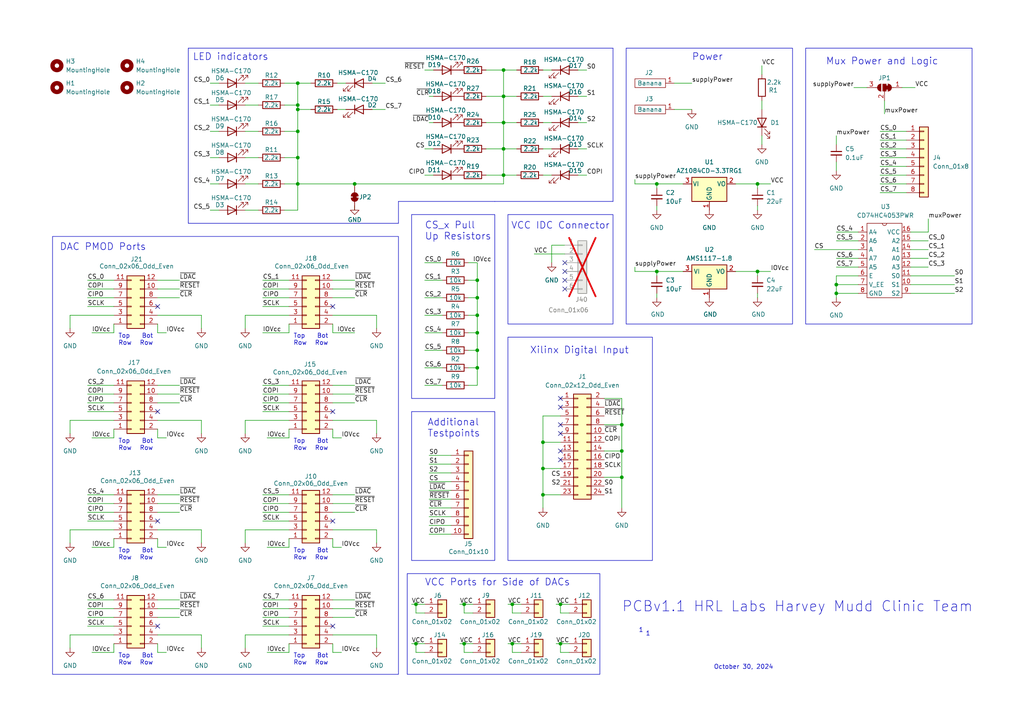
<source format=kicad_sch>
(kicad_sch (version 20231120) (generator "eeschema") (generator_version "8.0")
  (paper "A4")
  (junction (at 138.43 96.52))
  (junction (at 120.65 175.26))
  (junction (at 138.43 106.68))
  (junction (at 134.62 186.69))
  (junction (at 138.43 86.36))
  (junction (at 157.48 143.51))
  (junction (at 157.48 128.27))
  (junction (at 102.87 53.34))
  (junction (at 146.05 20.32))
  (junction (at 242.57 82.55))
  (junction (at 157.48 135.89))
  (junction (at 180.34 123.19))
  (junction (at 86.36 53.34))
  (junction (at 148.59 186.69))
  (junction (at 86.36 38.1))
  (junction (at 219.71 78.74))
  (junction (at 148.59 175.26))
  (junction (at 180.34 138.43))
  (junction (at 138.43 101.6))
  (junction (at 190.5 78.74))
  (junction (at 134.62 175.26))
  (junction (at 138.43 91.44))
  (junction (at 86.36 30.48))
  (junction (at 190.5 53.34))
  (junction (at 180.34 130.81))
  (junction (at 242.57 85.09))
  (junction (at 146.05 27.94))
  (junction (at 138.43 81.28))
  (junction (at 86.36 45.72))
  (junction (at 219.71 53.34))
  (junction (at 86.36 24.13))
  (junction (at 162.56 186.69))
  (junction (at 120.65 186.69))
  (junction (at 86.36 31.75))
  (junction (at 146.05 35.56))
  (junction (at 146.05 43.18))
  (junction (at 146.05 50.8))
  (junction (at 162.56 175.26))
  (no_connect (at 163.83 81.28))
  (no_connect (at 162.56 123.19))
  (no_connect (at 163.83 78.74))
  (no_connect (at 96.52 181.61))
  (no_connect (at 162.56 125.73))
  (no_connect (at 45.72 151.13))
  (no_connect (at 45.72 119.38))
  (no_connect (at 96.52 151.13))
  (no_connect (at 162.56 130.81))
  (no_connect (at 45.72 88.9))
  (no_connect (at 162.56 115.57))
  (no_connect (at 45.72 181.61))
  (no_connect (at 163.83 83.82))
  (no_connect (at 162.56 118.11))
  (no_connect (at 96.52 88.9))
  (no_connect (at 163.83 76.2))
  (no_connect (at 162.56 133.35))
  (no_connect (at 96.52 119.38))
  (wire (pts (xy 123.19 177.8) (xy 120.65 177.8)))
  (wire (pts (xy 45.72 96.52) (xy 48.26 96.52)))
  (wire (pts (xy 157.48 143.51) (xy 162.56 143.51)))
  (wire (pts (xy 161.29 186.69) (xy 162.56 186.69)))
  (wire (pts (xy 124.46 142.24) (xy 130.81 142.24)))
  (wire (pts (xy 248.92 85.09) (xy 242.57 85.09)))
  (wire (pts (xy 138.43 106.68) (xy 138.43 101.6)))
  (wire (pts (xy 76.2 148.59) (xy 83.82 148.59)))
  (wire (pts (xy 162.56 186.69) (xy 165.1 186.69)))
  (wire (pts (xy 157.48 20.32) (xy 160.02 20.32)))
  (wire (pts (xy 135.89 91.44) (xy 138.43 91.44)))
  (wire (pts (xy 96.52 124.46) (xy 96.52 127)))
  (wire (pts (xy 134.62 186.69) (xy 137.16 186.69)))
  (wire (pts (xy 157.48 27.94) (xy 160.02 27.94)))
  (wire (pts (xy 45.72 124.46) (xy 45.72 127)))
  (wire (pts (xy 33.02 121.92) (xy 20.32 121.92)))
  (wire (pts (xy 190.5 78.74) (xy 198.12 78.74)))
  (wire (pts (xy 167.64 20.32) (xy 170.18 20.32)))
  (wire (pts (xy 242.57 80.01) (xy 242.57 82.55)))
  (wire (pts (xy 45.72 83.82) (xy 52.07 83.82)))
  (wire (pts (xy 33.02 186.69) (xy 33.02 189.23)))
  (wire (pts (xy 45.72 93.98) (xy 45.72 96.52)))
  (wire (pts (xy 82.55 24.13) (xy 86.36 24.13)))
  (wire (pts (xy 25.4 81.28) (xy 33.02 81.28)))
  (wire (pts (xy 76.2 96.52) (xy 83.82 96.52)))
  (wire (pts (xy 140.97 27.94) (xy 146.05 27.94)))
  (wire (pts (xy 148.59 186.69) (xy 151.13 186.69)))
  (wire (pts (xy 220.98 29.21) (xy 220.98 31.75)))
  (wire (pts (xy 45.72 184.15) (xy 58.42 184.15)))
  (wire (pts (xy 220.98 19.05) (xy 220.98 21.59)))
  (wire (pts (xy 63.5 60.96) (xy 60.96 60.96)))
  (wire (pts (xy 90.17 31.75) (xy 86.36 31.75)))
  (wire (pts (xy 82.55 38.1) (xy 86.36 38.1)))
  (wire (pts (xy 45.72 86.36) (xy 52.07 86.36)))
  (wire (pts (xy 83.82 158.75) (xy 77.47 158.75)))
  (wire (pts (xy 45.72 153.67) (xy 58.42 153.67)))
  (polyline (pts (xy 115.57 58.42) (xy 115.57 64.77)))
  (wire (pts (xy 63.5 24.13) (xy 60.96 24.13)))
  (wire (pts (xy 86.36 24.13) (xy 86.36 30.48)))
  (wire (pts (xy 109.22 121.92) (xy 109.22 125.73)))
  (wire (pts (xy 123.19 96.52) (xy 128.27 96.52)))
  (wire (pts (xy 45.72 146.05) (xy 52.07 146.05)))
  (wire (pts (xy 76.2 88.9) (xy 83.82 88.9)))
  (wire (pts (xy 124.46 147.32) (xy 130.81 147.32)))
  (wire (pts (xy 86.36 31.75) (xy 86.36 38.1)))
  (wire (pts (xy 96.52 179.07) (xy 102.87 179.07)))
  (wire (pts (xy 20.32 121.92) (xy 20.32 125.73)))
  (wire (pts (xy 157.48 135.89) (xy 157.48 143.51)))
  (wire (pts (xy 157.48 120.65) (xy 157.48 128.27)))
  (wire (pts (xy 242.57 74.93) (xy 248.92 74.93)))
  (wire (pts (xy 200.66 24.13) (xy 195.58 24.13)))
  (wire (pts (xy 86.36 38.1) (xy 86.36 45.72)))
  (wire (pts (xy 83.82 124.46) (xy 83.82 127)))
  (wire (pts (xy 135.89 76.2) (xy 138.43 76.2)))
  (wire (pts (xy 242.57 69.85) (xy 248.92 69.85)))
  (wire (pts (xy 96.52 176.53) (xy 102.87 176.53)))
  (wire (pts (xy 135.89 81.28) (xy 138.43 81.28)))
  (wire (pts (xy 76.2 146.05) (xy 83.82 146.05)))
  (wire (pts (xy 25.4 114.3) (xy 33.02 114.3)))
  (wire (pts (xy 74.93 60.96) (xy 71.12 60.96)))
  (wire (pts (xy 33.02 127) (xy 26.67 127)))
  (wire (pts (xy 33.02 153.67) (xy 20.32 153.67)))
  (wire (pts (xy 264.16 77.47) (xy 269.24 77.47)))
  (wire (pts (xy 255.27 40.64) (xy 262.89 40.64)))
  (wire (pts (xy 213.36 78.74) (xy 219.71 78.74)))
  (wire (pts (xy 83.82 127) (xy 77.47 127)))
  (wire (pts (xy 45.72 186.69) (xy 45.72 189.23)))
  (wire (pts (xy 151.13 189.23) (xy 148.59 189.23)))
  (wire (pts (xy 219.71 59.69) (xy 219.71 60.96)))
  (wire (pts (xy 140.97 35.56) (xy 146.05 35.56)))
  (wire (pts (xy 123.19 81.28) (xy 128.27 81.28)))
  (wire (pts (xy 264.16 72.39) (xy 269.24 72.39)))
  (wire (pts (xy 261.62 25.4) (xy 265.43 25.4)))
  (wire (pts (xy 220.98 39.37) (xy 220.98 41.91)))
  (wire (pts (xy 123.19 76.2) (xy 128.27 76.2)))
  (wire (pts (xy 45.72 91.44) (xy 58.42 91.44)))
  (wire (pts (xy 76.2 173.99) (xy 83.82 173.99)))
  (wire (pts (xy 123.19 106.68) (xy 128.27 106.68)))
  (wire (pts (xy 100.33 31.75) (xy 97.79 31.75)))
  (wire (pts (xy 96.52 148.59) (xy 102.87 148.59)))
  (wire (pts (xy 190.5 78.74) (xy 190.5 80.01)))
  (wire (pts (xy 58.42 153.67) (xy 58.42 157.48)))
  (wire (pts (xy 25.4 88.9) (xy 33.02 88.9)))
  (wire (pts (xy 107.95 31.75) (xy 111.76 31.75)))
  (wire (pts (xy 83.82 156.21) (xy 83.82 158.75)))
  (wire (pts (xy 109.22 153.67) (xy 109.22 157.48)))
  (wire (pts (xy 133.35 186.69) (xy 134.62 186.69)))
  (wire (pts (xy 107.95 24.13) (xy 111.76 24.13)))
  (polyline (pts (xy 143.51 58.42) (xy 177.8 58.42)))
  (wire (pts (xy 83.82 184.15) (xy 71.12 184.15)))
  (wire (pts (xy 146.05 43.18) (xy 149.86 43.18)))
  (wire (pts (xy 248.92 82.55) (xy 242.57 82.55)))
  (wire (pts (xy 96.52 116.84) (xy 102.87 116.84)))
  (wire (pts (xy 124.46 132.08) (xy 130.81 132.08)))
  (wire (pts (xy 83.82 189.23) (xy 77.47 189.23)))
  (wire (pts (xy 162.56 175.26) (xy 165.1 175.26)))
  (wire (pts (xy 138.43 81.28) (xy 138.43 76.2)))
  (wire (pts (xy 242.57 39.37) (xy 242.57 41.91)))
  (wire (pts (xy 71.12 184.15) (xy 71.12 187.96)))
  (wire (pts (xy 154.94 73.66) (xy 163.83 73.66)))
  (wire (pts (xy 147.32 186.69) (xy 148.59 186.69)))
  (wire (pts (xy 20.32 91.44) (xy 20.32 95.25)))
  (wire (pts (xy 71.12 121.92) (xy 71.12 125.73)))
  (wire (pts (xy 255.27 38.1) (xy 262.89 38.1)))
  (wire (pts (xy 96.52 81.28) (xy 102.87 81.28)))
  (wire (pts (xy 264.16 85.09) (xy 276.86 85.09)))
  (wire (pts (xy 125.73 35.56) (xy 124.46 35.56)))
  (wire (pts (xy 86.36 53.34) (xy 102.87 53.34)))
  (wire (pts (xy 76.2 86.36) (xy 83.82 86.36)))
  (wire (pts (xy 33.02 158.75) (xy 26.67 158.75)))
  (wire (pts (xy 33.02 156.21) (xy 33.02 158.75)))
  (wire (pts (xy 102.87 53.34) (xy 146.05 53.34)))
  (wire (pts (xy 149.86 20.32) (xy 146.05 20.32)))
  (wire (pts (xy 146.05 50.8) (xy 146.05 53.34)))
  (wire (pts (xy 96.52 83.82) (xy 102.87 83.82)))
  (wire (pts (xy 163.83 71.12) (xy 160.02 71.12)))
  (wire (pts (xy 25.4 151.13) (xy 33.02 151.13)))
  (wire (pts (xy 124.46 149.86) (xy 130.81 149.86)))
  (wire (pts (xy 33.02 91.44) (xy 20.32 91.44)))
  (wire (pts (xy 219.71 53.34) (xy 223.52 53.34)))
  (wire (pts (xy 86.36 24.13) (xy 90.17 24.13)))
  (wire (pts (xy 63.5 30.48) (xy 60.96 30.48)))
  (wire (pts (xy 264.16 82.55) (xy 276.86 82.55)))
  (wire (pts (xy 120.65 175.26) (xy 123.19 175.26)))
  (wire (pts (xy 86.36 30.48) (xy 86.36 31.75)))
  (wire (pts (xy 161.29 175.26) (xy 162.56 175.26)))
  (wire (pts (xy 248.92 80.01) (xy 242.57 80.01)))
  (wire (pts (xy 71.12 24.13) (xy 74.93 24.13)))
  (wire (pts (xy 219.71 53.34) (xy 219.71 54.61)))
  (wire (pts (xy 86.36 53.34) (xy 86.36 60.96)))
  (wire (pts (xy 76.2 179.07) (xy 83.82 179.07)))
  (wire (pts (xy 63.5 53.34) (xy 60.96 53.34)))
  (wire (pts (xy 255.27 45.72) (xy 262.89 45.72)))
  (wire (pts (xy 63.5 38.1) (xy 60.96 38.1)))
  (wire (pts (xy 45.72 114.3) (xy 52.07 114.3)))
  (polyline (pts (xy 54.61 13.97) (xy 54.61 64.77)))
  (wire (pts (xy 83.82 153.67) (xy 71.12 153.67)))
  (wire (pts (xy 76.2 143.51) (xy 83.82 143.51)))
  (wire (pts (xy 120.65 177.8) (xy 120.65 175.26)))
  (wire (pts (xy 45.72 116.84) (xy 52.07 116.84)))
  (polyline (pts (xy 177.8 58.42) (xy 177.8 13.97)))
  (wire (pts (xy 219.71 78.74) (xy 223.52 78.74)))
  (wire (pts (xy 242.57 77.47) (xy 248.92 77.47)))
  (wire (pts (xy 58.42 91.44) (xy 58.42 95.25)))
  (wire (pts (xy 71.12 91.44) (xy 71.12 95.25)))
  (wire (pts (xy 123.19 91.44) (xy 128.27 91.44)))
  (polyline (pts (xy 177.8 13.97) (xy 54.61 13.97)))
  (wire (pts (xy 96.52 96.52) (xy 96.52 93.98)))
  (wire (pts (xy 125.73 43.18) (xy 123.19 43.18)))
  (wire (pts (xy 146.05 35.56) (xy 146.05 43.18)))
  (wire (pts (xy 255.27 55.88) (xy 262.89 55.88)))
  (wire (pts (xy 167.64 43.18) (xy 170.18 43.18)))
  (wire (pts (xy 45.72 176.53) (xy 52.07 176.53)))
  (wire (pts (xy 190.5 53.34) (xy 198.12 53.34)))
  (wire (pts (xy 25.4 176.53) (xy 33.02 176.53)))
  (wire (pts (xy 124.46 139.7) (xy 130.81 139.7)))
  (wire (pts (xy 269.24 63.5) (xy 269.24 67.31)))
  (wire (pts (xy 180.34 123.19) (xy 180.34 130.81)))
  (wire (pts (xy 137.16 177.8) (xy 134.62 177.8)))
  (wire (pts (xy 120.65 189.23) (xy 120.65 186.69)))
  (wire (pts (xy 200.66 31.75) (xy 195.58 31.75)))
  (wire (pts (xy 76.2 151.13) (xy 83.82 151.13)))
  (wire (pts (xy 25.4 148.59) (xy 33.02 148.59)))
  (wire (pts (xy 247.65 25.4) (xy 251.46 25.4)))
  (wire (pts (xy 175.26 115.57) (xy 180.34 115.57)))
  (wire (pts (xy 125.73 20.32) (xy 123.19 20.32)))
  (wire (pts (xy 96.52 173.99) (xy 102.87 173.99)))
  (wire (pts (xy 134.62 177.8) (xy 134.62 175.26)))
  (wire (pts (xy 219.71 78.74) (xy 219.71 80.01)))
  (wire (pts (xy 25.4 173.99) (xy 33.02 173.99)))
  (wire (pts (xy 213.36 53.34) (xy 219.71 53.34)))
  (wire (pts (xy 137.16 189.23) (xy 134.62 189.23)))
  (wire (pts (xy 76.2 114.3) (xy 83.82 114.3)))
  (wire (pts (xy 76.2 119.38) (xy 83.82 119.38)))
  (wire (pts (xy 25.4 181.61) (xy 33.02 181.61)))
  (wire (pts (xy 264.16 67.31) (xy 269.24 67.31)))
  (wire (pts (xy 123.19 189.23) (xy 120.65 189.23)))
  (wire (pts (xy 25.4 86.36) (xy 33.02 86.36)))
  (wire (pts (xy 83.82 186.69) (xy 83.82 189.23)))
  (wire (pts (xy 45.72 173.99) (xy 52.07 173.99)))
  (wire (pts (xy 242.57 46.99) (xy 242.57 49.53)))
  (wire (pts (xy 58.42 184.15) (xy 58.42 187.96)))
  (wire (pts (xy 264.16 69.85) (xy 269.24 69.85)))
  (wire (pts (xy 135.89 86.36) (xy 138.43 86.36)))
  (wire (pts (xy 255.27 48.26) (xy 262.89 48.26)))
  (wire (pts (xy 33.02 96.52) (xy 26.67 96.52)))
  (wire (pts (xy 264.16 74.93) (xy 269.24 74.93)))
  (wire (pts (xy 242.57 85.09) (xy 242.57 86.36)))
  (wire (pts (xy 45.72 158.75) (xy 48.26 158.75)))
  (wire (pts (xy 96.52 114.3) (xy 102.87 114.3)))
  (wire (pts (xy 83.82 96.52) (xy 83.82 93.98)))
  (wire (pts (xy 146.05 27.94) (xy 146.05 35.56)))
  (wire (pts (xy 146.05 35.56) (xy 149.86 35.56)))
  (wire (pts (xy 157.48 50.8) (xy 160.02 50.8)))
  (wire (pts (xy 74.93 53.34) (xy 71.12 53.34)))
  (wire (pts (xy 96.52 156.21) (xy 96.52 158.75)))
  (wire (pts (xy 76.2 116.84) (xy 83.82 116.84)))
  (wire (pts (xy 180.34 123.19) (xy 175.26 123.19)))
  (wire (pts (xy 96.52 189.23) (xy 99.06 189.23)))
  (wire (pts (xy 96.52 158.75) (xy 99.06 158.75)))
  (polyline (pts (xy 54.61 64.77) (xy 115.57 64.77)))
  (wire (pts (xy 165.1 177.8) (xy 162.56 177.8)))
  (wire (pts (xy 120.65 186.69) (xy 123.19 186.69)))
  (wire (pts (xy 124.46 134.62) (xy 130.81 134.62)))
  (wire (pts (xy 184.15 52.07) (xy 184.15 53.34)))
  (wire (pts (xy 33.02 189.23) (xy 26.67 189.23)))
  (wire (pts (xy 119.38 175.26) (xy 120.65 175.26)))
  (wire (pts (xy 45.72 121.92) (xy 58.42 121.92)))
  (wire (pts (xy 25.4 146.05) (xy 33.02 146.05)))
  (wire (pts (xy 242.57 82.55) (xy 242.57 85.09)))
  (wire (pts (xy 138.43 91.44) (xy 138.43 86.36)))
  (wire (pts (xy 63.5 45.72) (xy 60.96 45.72)))
  (wire (pts (xy 82.55 60.96) (xy 86.36 60.96)))
  (wire (pts (xy 124.46 152.4) (xy 130.81 152.4)))
  (wire (pts (xy 140.97 43.18) (xy 146.05 43.18)))
  (wire (pts (xy 125.73 27.94) (xy 124.46 27.94)))
  (wire (pts (xy 256.54 33.02) (xy 256.54 29.21)))
  (wire (pts (xy 96.52 153.67) (xy 109.22 153.67)))
  (wire (pts (xy 146.05 43.18) (xy 146.05 50.8)))
  (wire (pts (xy 96.52 91.44) (xy 109.22 91.44)))
  (wire (pts (xy 33.02 184.15) (xy 20.32 184.15)))
  (wire (pts (xy 76.2 176.53) (xy 83.82 176.53)))
  (wire (pts (xy 165.1 189.23) (xy 162.56 189.23)))
  (wire (pts (xy 138.43 101.6) (xy 138.43 96.52)))
  (wire (pts (xy 96.52 127) (xy 99.06 127)))
  (wire (pts (xy 25.4 116.84) (xy 33.02 116.84)))
  (wire (pts (xy 190.5 59.69) (xy 190.5 60.96)))
  (wire (pts (xy 167.64 35.56) (xy 170.18 35.56)))
  (wire (pts (xy 45.72 156.21) (xy 45.72 158.75)))
  (wire (pts (xy 71.12 91.44) (xy 83.82 91.44)))
  (wire (pts (xy 96.52 121.92) (xy 109.22 121.92)))
  (wire (pts (xy 123.19 50.8) (xy 125.73 50.8)))
  (wire (pts (xy 119.38 186.69) (xy 120.65 186.69)))
  (wire (pts (xy 157.48 128.27) (xy 162.56 128.27)))
  (wire (pts (xy 45.72 143.51) (xy 52.07 143.51)))
  (wire (pts (xy 160.02 71.12) (xy 160.02 76.2)))
  (wire (pts (xy 236.22 72.39) (xy 248.92 72.39)))
  (wire (pts (xy 45.72 179.07) (xy 52.07 179.07)))
  (wire (pts (xy 255.27 53.34) (xy 262.89 53.34)))
  (wire (pts (xy 190.5 85.09) (xy 190.5 86.36)))
  (wire (pts (xy 124.46 154.94) (xy 130.81 154.94)))
  (wire (pts (xy 109.22 91.44) (xy 109.22 95.25)))
  (wire (pts (xy 140.97 50.8) (xy 146.05 50.8)))
  (wire (pts (xy 147.32 175.26) (xy 148.59 175.26)))
  (wire (pts (xy 86.36 45.72) (xy 86.36 53.34)))
  (wire (pts (xy 140.97 20.32) (xy 146.05 20.32)))
  (wire (pts (xy 45.72 81.28) (xy 52.07 81.28)))
  (wire (pts (xy 45.72 189.23) (xy 48.26 189.23)))
  (wire (pts (xy 157.48 35.56) (xy 160.02 35.56)))
  (wire (pts (xy 76.2 111.76) (xy 83.82 111.76)))
  (wire (pts (xy 242.57 67.31) (xy 248.92 67.31)))
  (wire (pts (xy 162.56 177.8) (xy 162.56 175.26)))
  (wire (pts (xy 134.62 189.23) (xy 134.62 186.69)))
  (wire (pts (xy 162.56 120.65) (xy 157.48 120.65)))
  (wire (pts (xy 157.48 43.18) (xy 160.02 43.18)))
  (wire (pts (xy 148.59 177.8) (xy 148.59 175.26)))
  (wire (pts (xy 71.12 153.67) (xy 71.12 157.48)))
  (wire (pts (xy 58.42 121.92) (xy 58.42 125.73)))
  (wire (pts (xy 124.46 137.16) (xy 130.81 137.16)))
  (wire (pts (xy 96.52 186.69) (xy 96.52 189.23)))
  (wire (pts (xy 33.02 93.98) (xy 33.02 96.52)))
  (wire (pts (xy 146.05 27.94) (xy 149.86 27.94)))
  (wire (pts (xy 96.52 146.05) (xy 102.87 146.05)))
  (wire (pts (xy 175.26 130.81) (xy 180.34 130.81)))
  (wire (pts (xy 74.93 38.1) (xy 71.12 38.1)))
  (wire (pts (xy 184.15 77.47) (xy 184.15 78.74)))
  (wire (pts (xy 45.72 148.59) (xy 52.07 148.59)))
  (wire (pts (xy 219.71 85.09) (xy 219.71 86.36)))
  (wire (pts (xy 138.43 96.52) (xy 138.43 91.44)))
  (wire (pts (xy 167.64 27.94) (xy 170.18 27.94)))
  (wire (pts (xy 102.87 60.96) (xy 102.87 59.69)))
  (wire (pts (xy 146.05 50.8) (xy 149.86 50.8)))
  (wire (pts (xy 151.13 177.8) (xy 148.59 177.8)))
  (wire (pts (xy 25.4 119.38) (xy 33.02 119.38)))
  (wire (pts (xy 96.52 111.76) (xy 102.87 111.76)))
  (wire (pts (xy 45.72 111.76) (xy 52.07 111.76)))
  (wire (pts (xy 135.89 106.68) (xy 138.43 106.68)))
  (wire (pts (xy 45.72 127) (xy 48.26 127)))
  (polyline (pts (xy 115.57 58.42) (xy 143.51 58.42)))
  (wire (pts (xy 76.2 181.61) (xy 83.82 181.61)))
  (wire (pts (xy 82.55 53.34) (xy 86.36 53.34)))
  (wire (pts (xy 33.02 124.46) (xy 33.02 127)))
  (wire (pts (xy 148.59 189.23) (xy 148.59 186.69)))
  (wire (pts (xy 25.4 179.07) (xy 33.02 179.07)))
  (wire (pts (xy 148.59 175.26) (xy 151.13 175.26)))
  (wire (pts (xy 124.46 144.78) (xy 130.81 144.78)))
  (wire (pts (xy 180.34 138.43) (xy 180.34 147.32)))
  (wire (pts (xy 138.43 111.76) (xy 138.43 106.68)))
  (wire (pts (xy 123.19 86.36) (xy 128.27 86.36)))
  (wire (pts (xy 157.48 135.89) (xy 162.56 135.89)))
  (wire (pts (xy 82.55 45.72) (xy 86.36 45.72)))
  (wire (pts (xy 190.5 53.34) (xy 190.5 54.61)))
  (wire (pts (xy 264.16 80.01) (xy 276.86 80.01)))
  (wire (pts (xy 109.22 184.15) (xy 109.22 187.96)))
  (wire (pts (xy 123.19 111.76) (xy 128.27 111.76)))
  (wire (pts (xy 135.89 96.52) (xy 138.43 96.52)))
  (wire (pts (xy 96.52 143.51) (xy 102.87 143.51)))
  (wire (pts (xy 146.05 20.32) (xy 146.05 27.94)))
  (wire (pts (xy 76.2 81.28) (xy 83.82 81.28)))
  (wire (pts (xy 135.89 101.6) (xy 138.43 101.6)))
  (wire (pts (xy 76.2 83.82) (xy 83.82 83.82)))
  (wire (pts (xy 255.27 43.18) (xy 262.89 43.18)))
  (wire (pts (xy 255.27 50.8) (xy 262.89 50.8)))
  (wire (pts (xy 100.33 24.13) (xy 97.79 24.13)))
  (wire (pts (xy 184.15 78.74) (xy 190.5 78.74)))
  (wire (pts (xy 162.56 189.23) (xy 162.56 186.69)))
  (wire (pts (xy 135.89 111.76) (xy 138.43 111.76)))
  (wire (pts (xy 96.52 96.52) (xy 102.87 96.52)))
  (wire (pts (xy 20.32 153.67) (xy 20.32 157.48)))
  (wire (pts (xy 138.43 86.36) (xy 138.43 81.28)))
  (wire (pts (xy 133.35 175.26) (xy 134.62 175.26)))
  (wire (pts (xy 175.26 138.43) (xy 180.34 138.43)))
  (wire (pts (xy 25.4 143.51) (xy 33.02 143.51)))
  (wire (pts (xy 20.32 184.15) (xy 20.32 187.96)))
  (wire (pts (xy 134.62 175.26) (xy 137.16 175.26)))
  (wire (pts (xy 180.34 115.57) (xy 180.34 123.19)))
  (wire (pts (xy 74.93 30.48) (xy 71.12 30.48)))
  (wire (pts (xy 25.4 111.76) (xy 33.02 111.76)))
  (wire (pts (xy 167.64 50.8) (xy 170.18 50.8)))
  (wire (pts (xy 123.19 101.6) (xy 128.27 101.6)))
  (wire (pts (xy 25.4 83.82) (xy 33.02 83.82)))
  (wire (pts (xy 157.48 128.27) (xy 157.48 135.89)))
  (wire (pts (xy 74.93 45.72) (xy 71.12 45.72)))
  (wire (pts (xy 96.52 184.15) (xy 109.22 184.15)))
  (wire (pts (xy 82.55 30.48) (xy 86.36 30.48)))
  (wire (pts (xy 180.34 130.81) (xy 180.34 138.43)))
  (wire (pts (xy 83.82 121.92) (xy 71.12 121.92)))
  (wire (pts (xy 96.52 86.36) (xy 102.87 86.36)))
  (wire (pts (xy 157.48 143.51) (xy 157.48 147.32)))
  (wire (pts (xy 184.15 53.34) (xy 190.5 53.34)))
  (rectangle (start 15.24 68.58) (end 115.57 195.58))
  (rectangle (start 147.32 97.79) (end 189.23 162.56))
  (rectangle (start 119.38 62.23) (end 143.51 115.57))
  (rectangle (start 181.61 13.97) (end 229.87 93.98))
  (rectangle (start 147.32 62.23) (end 177.8 93.98))
  (rectangle (start 233.68 13.97) (end 281.94 93.98))
  (rectangle (start 119.38 119.38) (end 143.51 162.56))
  (rectangle (start 118.11 166.37) (end 173.99 195.58))
  (text "CS_x Pull\nUp Resistors" (at 123.19 69.85 0) (effects (font (size 2 2)) (justify left bottom)))
  (text "Power" (at 200.66 17.78 0) (effects (font (size 2 2)) (justify left bottom)))
  (text "PCBv1.1 HRL Labs Harvey Mudd Clinic Team" (at 180.34 177.8 0) (effects (font (size 3 3)) (justify left bottom)))
  (text "DAC PMOD Ports" (at 17.272 72.898 0) (effects (font (size 2 2)) (justify left bottom)))
  (text "Bot\nRow" (at 95.25 193.04 0) (effects (font (size 1.27 1.27)) (justify right bottom)))
  (text "Bot\nRow" (at 95.25 100.33 0) (effects (font (size 1.27 1.27)) (justify right bottom)))
  (text "LED indicators" (at 55.88 17.78 0) (effects (font (size 2 2)) (justify left bottom)))
  (text "1" (at 185.928 182.88 0) (effects (font (size 1.27 1.27))))
  (text "Top\nRow" (at 85.09 162.56 0) (effects (font (size 1.27 1.27)) (justify left bottom)))
  (text "VCC Ports for Side of DACs" (at 123.19 170.18 0) (effects (font (size 2 2)) (justify left bottom)))
  (text "Top\nRow" (at 85.09 100.33 0) (effects (font (size 1.27 1.27)) (justify left bottom)))
  (text "Bot\nRow" (at 44.45 193.04 0) (effects (font (size 1.27 1.27)) (justify right bottom)))
  (text "Xilinx Digital Input" (at 153.67 102.87 0) (effects (font (size 2 2)) (justify left bottom)))
  (text "Top\nRow" (at 34.29 162.56 0) (effects (font (size 1.27 1.27)) (justify left bottom)))
  (text "Top\nRow" (at 34.29 100.33 0) (effects (font (size 1.27 1.27)) (justify left bottom)))
  (text "Bot\nRow" (at 95.25 130.81 0) (effects (font (size 1.27 1.27)) (justify right bottom)))
  (text "1" (at 187.96 183.896 0) (effects (font (size 1.27 1.27))))
  (text "Bot\nRow" (at 95.25 162.56 0) (effects (font (size 1.27 1.27)) (justify right bottom)))
  (text "Top\nRow" (at 34.29 130.81 0) (effects (font (size 1.27 1.27)) (justify left bottom)))
  (text "Bot\nRow" (at 44.45 162.56 0) (effects (font (size 1.27 1.27)) (justify right bottom)))
  (text "Top\nRow" (at 85.09 130.81 0) (effects (font (size 1.27 1.27)) (justify left bottom)))
  (text "Bot\nRow" (at 44.45 100.33 0) (effects (font (size 1.27 1.27)) (justify right bottom)))
  (text "Additional\nTestpoints" (at 123.952 127 0) (effects (font (size 2 2)) (justify left bottom)))
  (text "VCC IDC Connector" (at 162.56 65.532 0) (effects (font (size 1.9812 1.9812))))
  (text "Mux Power and Logic" (at 239.522 19.05 0) (effects (font (size 2 2)) (justify left bottom)))
  (text "Bot\nRow" (at 44.45 130.81 0) (effects (font (size 1.27 1.27)) (justify right bottom)))
  (text "Top\nRow" (at 34.29 193.04 0) (effects (font (size 1.27 1.27)) (justify left bottom)))
  (text "Top\nRow" (at 85.09 193.04 0) (effects (font (size 1.27 1.27)) (justify left bottom)))
  (text "October 30, 2024" (at 207.01 194.31 0) (effects (font (size 1.27 1.27)) (justify left bottom)))
  (label "supplyPower" (at 184.15 77.47 0))
  (label "CS_3" (at 255.27 45.72 0))
  (label "~{RESET}" (at 52.07 83.82 0))
  (label "IOVcc" (at 99.06 189.23 0))
  (label "SCLK" (at 175.26 135.89 0))
  (label "IOVcc" (at 77.47 158.75 0))
  (label "CS_6" (at 242.57 74.93 0))
  (label "CS_0" (at 123.19 76.2 0))
  (label "CS" (at 236.22 72.39 0))
  (label "IOVcc" (at 137.16 76.2 0))
  (label "~{CLR}" (at 102.87 86.36 0))
  (label "CIPO" (at 25.4 179.07 0))
  (label "CS_0" (at 25.4 81.28 0))
  (label "CS_0" (at 255.27 38.1 0))
  (label "~{CLR}" (at 102.87 148.59 0))
  (label "CS_3" (at 269.24 77.47 0))
  (label "CIPO" (at 124.46 152.4 0))
  (label "~{RESET}" (at 123.19 20.32 180))
  (label "CS_1" (at 60.96 30.48 180))
  (label "~{RESET}" (at 175.26 120.65 0))
  (label "CS_6" (at 123.19 106.68 0))
  (label "CS_3" (at 123.19 91.44 0))
  (label "supplyPower" (at 184.15 52.07 0))
  (label "~{LDAC}" (at 124.46 35.56 180))
  (label "CIPO" (at 76.2 116.84 0))
  (label "CS_2" (at 255.27 43.18 0))
  (label "COPI" (at 170.18 50.8 0))
  (label "COPI" (at 175.26 128.27 0))
  (label "IOVcc" (at 99.06 158.75 0))
  (label "CS_7" (at 123.19 111.76 0))
  (label "SCLK" (at 124.46 149.86 0))
  (label "IOVcc" (at 26.67 96.52 0))
  (label "~{RESET}" (at 52.07 114.3 0))
  (label "~{LDAC}" (at 52.07 81.28 0))
  (label "VCC" (at 133.35 175.26 0))
  (label "COPI" (at 25.4 146.05 0))
  (label "CS_6" (at 111.76 24.13 0))
  (label "~{RESET}" (at 52.07 176.53 0))
  (label "IOVcc" (at 48.26 127 0))
  (label "S2" (at 170.18 35.56 0))
  (label "IOVcc" (at 76.2 96.52 0))
  (label "COPI" (at 76.2 146.05 0))
  (label "VCC" (at 147.32 175.26 0))
  (label "IOVcc" (at 99.06 127 0))
  (label "COPI" (at 25.4 176.53 0))
  (label "COPI" (at 124.46 154.94 0))
  (label "~{LDAC}" (at 102.87 111.76 0))
  (label "CIPO" (at 76.2 86.36 0))
  (label "CIPO" (at 76.2 148.59 0))
  (label "S1" (at 124.46 134.62 0))
  (label "CS_0" (at 60.96 24.13 180))
  (label "CIPO" (at 175.26 133.35 0))
  (label "SCLK" (at 25.4 119.38 0))
  (label "CS_2" (at 60.96 38.1 180))
  (label "VCC" (at 119.38 186.69 0))
  (label "CS_4" (at 60.96 53.34 180))
  (label "S2" (at 162.56 140.97 180))
  (label "CS_1" (at 269.24 72.39 0))
  (label "COPI" (at 25.4 114.3 0))
  (label "SCLK" (at 76.2 119.38 0))
  (label "S0" (at 175.26 140.97 0))
  (label "~{LDAC}" (at 52.07 173.99 0))
  (label "CS_4" (at 25.4 143.51 0))
  (label "~{LDAC}" (at 124.46 142.24 0))
  (label "supplyPower" (at 200.66 24.13 0))
  (label "SCLK" (at 76.2 151.13 0))
  (label "VCC" (at 154.94 73.66 0))
  (label "~{CLR}" (at 124.46 27.94 180))
  (label "IOVcc" (at 48.26 96.52 0))
  (label "CS" (at 124.46 139.7 0))
  (label "IOVcc" (at 48.26 189.23 0))
  (label "muxPower" (at 269.24 63.5 0))
  (label "CS_0" (at 269.24 69.85 0))
  (label "S1" (at 175.26 143.51 0))
  (label "CS_5" (at 76.2 143.51 0))
  (label "~{CLR}" (at 52.07 116.84 0))
  (label "CS_4" (at 123.19 96.52 0))
  (label "SCLK" (at 76.2 181.61 0))
  (label "CS_4" (at 242.57 67.31 0))
  (label "CIPO" (at 123.19 50.8 180))
  (label "S2" (at 276.86 85.09 0))
  (label "~{LDAC}" (at 52.07 143.51 0))
  (label "~{RESET}" (at 124.46 144.78 0))
  (label "CIPO" (at 76.2 179.07 0))
  (label "CS_7" (at 111.76 31.75 0))
  (label "CS_1" (at 76.2 81.28 0))
  (label "COPI" (at 76.2 176.53 0))
  (label "SCLK" (at 25.4 88.9 0))
  (label "CS_7" (at 242.57 77.47 0))
  (label "S0" (at 124.46 132.08 0))
  (label "~{RESET}" (at 102.87 176.53 0))
  (label "~{LDAC}" (at 52.07 111.76 0))
  (label "VCC" (at 119.38 175.26 0))
  (label "IOVcc" (at 77.47 189.23 0))
  (label "CIPO" (at 25.4 116.84 0))
  (label "CS_3" (at 60.96 45.72 180))
  (label "~{RESET}" (at 102.87 83.82 0))
  (label "SCLK" (at 25.4 151.13 0))
  (label "IOVcc" (at 26.67 127 0))
  (label "CS_6" (at 255.27 53.34 0))
  (label "COPI" (at 76.2 114.3 0))
  (label "muxPower" (at 242.57 39.37 0))
  (label "CS_5" (at 255.27 50.8 0))
  (label "CS_2" (at 25.4 111.76 0))
  (label "~{LDAC}" (at 175.26 118.11 0))
  (label "~{RESET}" (at 52.07 146.05 0))
  (label "CS_5" (at 123.19 101.6 0))
  (label "COPI" (at 76.2 83.82 0))
  (label "supplyPower" (at 247.65 25.4 180))
  (label "IOVcc" (at 26.67 158.75 0))
  (label "CS_2" (at 269.24 74.93 0))
  (label "VCC" (at 220.98 19.05 0))
  (label "S0" (at 170.18 20.32 0))
  (label "SCLK" (at 76.2 88.9 0))
  (label "S2" (at 124.46 137.16 0))
  (label "~{CLR}" (at 175.26 125.73 0))
  (label "CS_5" (at 242.57 69.85 0))
  (label "CIPO" (at 25.4 148.59 0))
  (label "VCC" (at 147.32 186.69 0))
  (label "~{CLR}" (at 124.46 147.32 0))
  (label "S0" (at 276.86 80.01 0))
  (label "VCC" (at 223.52 53.34 0))
  (label "SCLK" (at 170.18 43.18 0))
  (label "SCLK" (at 25.4 181.61 0))
  (label "CS_7" (at 255.27 55.88 0))
  (label "CS_1" (at 123.19 81.28 0))
  (label "muxPower" (at 256.54 33.02 0))
  (label "~{RESET}" (at 102.87 114.3 0))
  (label "CS_4" (at 255.27 48.26 0))
  (label "CS_1" (at 255.27 40.64 0))
  (label "~{CLR}" (at 52.07 148.59 0))
  (label "IOVcc" (at 223.52 78.74 0))
  (label "CIPO" (at 25.4 86.36 0))
  (label "CS" (at 123.19 43.18 180))
  (label "VCC" (at 265.43 25.4 0))
  (label "IOVcc" (at 48.26 158.75 0))
  (label "CS_3" (at 76.2 111.76 0))
  (label "~{LDAC}" (at 102.87 143.51 0))
  (label "S1" (at 170.18 27.94 0))
  (label "~{CLR}" (at 52.07 86.36 0))
  (label "~{RESET}" (at 102.87 146.05 0))
  (label "~{LDAC}" (at 102.87 81.28 0))
  (label "COPI" (at 25.4 83.82 0))
  (label "~{CLR}" (at 102.87 179.07 0))
  (label "~{CLR}" (at 102.87 116.84 0))
  (label "VCC" (at 161.29 175.26 0))
  (label "S1" (at 276.86 82.55 0))
  (label "CS_2" (at 123.19 86.36 0))
  (label "~{LDAC}" (at 102.87 173.99 0))
  (label "IOVcc" (at 77.47 127 0))
  (label "CS_7" (at 76.2 173.99 0))
  (label "VCC" (at 161.29 186.69 0))
  (label "CS_5" (at 60.96 60.96 180))
  (label "IOVcc" (at 97.79 96.52 0))
  (label "~{CLR}" (at 52.07 179.07 0))
  (label "IOVcc" (at 26.67 189.23 0))
  (label "CS" (at 162.56 138.43 180))
  (label "VCC" (at 133.35 186.69 0))
  (label "CS_6" (at 25.4 173.99 0))
  (symbol (lib_name "GND_1") (lib_id "power:GND") (at 102.87 59.69 0) (unit 1)
    (property "Reference" "#PWR029" (effects (hide yes)))
    (property "Value" "GND" (at 102.87 63.754 0))
    (property "Description" "Power symbol creates a global label with name \"GND\" , ground" (effects (hide yes)))
  )
  (symbol (lib_id "power:GND") (at 205.74 60.96 0) (unit 1)
    (property "Reference" "#PWR06" (effects (hide yes)))
    (property "Value" "GND" (at 205.74 66.04 0))
  )
  (symbol (lib_id "Device:R") (at 153.67 20.32 90) (unit 1)
    (property "Reference" "R18" (at 153.67 18.034 90))
    (property "Value" "2.2k" (at 153.924 20.32 90))
    (property "Footprint" "Resistor_SMD:R_0805_2012Metric" (effects (hide yes)))
  )
  (symbol (lib_id "Device:R") (at 132.08 76.2 90) (unit 1)
    (property "Reference" "R6" (at 132.08 73.66 90))
    (property "Value" "10k" (at 132.08 76.2 90))
    (property "Footprint" "Resistor_SMD:R_0805_2012Metric" (effects (hide yes)))
  )
  (symbol (lib_id "Device:R") (at 220.98 25.4 180) (unit 1)
    (property "Reference" "R1" (at 224.282 26.162 0))
    (property "Value" "2.2k" (at 224.536 23.876 0))
    (property "Footprint" "Resistor_SMD:R_0805_2012Metric" (effects (hide yes)))
  )
  (symbol (lib_id "power:GND") (at 180.34 147.32 0) (unit 1)
    (property "Reference" "#PWR03" (effects (hide yes)))
    (property "Value" "GND" (at 180.34 152.4 0))
  )
  (symbol (lib_id "Device:R") (at 153.67 43.18 90) (unit 1)
    (property "Reference" "R22" (at 153.67 40.894 90))
    (property "Value" "2.2k" (at 153.924 43.18 90))
    (property "Footprint" "Resistor_SMD:R_0805_2012Metric" (effects (hide yes)))
  )
  (symbol (lib_id "Connector_Generic:Conn_01x10") (at 135.89 142.24 0) (unit 1)
    (property "Reference" "J5" (at 134.62 157.734 0) (effects (justify left)))
    (property "Value" "Conn_01x10" (at 130.048 160.02 0) (effects (justify left)))
    (property "Footprint" "Connector_PinHeader_2.54mm:PinHeader_1x10_P2.54mm_Vertical" (effects (hide yes)))
    (property "JLCPCB Part #" "C5156617" (effects (hide yes)))
    (property "JLCPCB Rotation Offset" "-90" (effects (hide yes)))
  )
  (symbol (lib_id "power:GND") (at 190.5 86.36 0) (unit 1)
    (property "Reference" "#PWR026" (effects (hide yes)))
    (property "Value" "GND" (at 190.754 91.186 0))
  )
  (symbol (lib_id "Mechanical:MountingHole") (at 36.83 19.05 0) (unit 1) (in_bom no)
    (property "Reference" "H4" (at 39.37 17.78 0) (effects (justify left)))
    (property "Value" "MountingHole" (at 39.37 20.32 0) (effects (justify left)))
    (property "Footprint" "MountingHole:MountingHole_3.2mm_M3" (effects (hide yes)))
  )
  (symbol (lib_id "Device:LED") (at 163.83 43.18 0) (unit 1)
    (property "Reference" "D13" (at 166.878 41.91 0))
    (property "Value" "HSMA-C170" (at 163.576 40.132 0))
    (property "Footprint" "LED_SMD:LED_0805_2012Metric" (effects (hide yes)))
    (property "Description" "Light emitting diode" (effects (hide yes)))
    (property "JLCPCB Part #" "C7466711" (effects (hide yes)))
  )
  (symbol (lib_id "Connector_Generic:Conn_02x06_Odd_Even") (at 88.9 151.13 0) (mirror x) (unit 1)
    (property "Reference" "J10" (at 90.17 138.176 0))
    (property "Value" "Conn_02x06_Odd_Even" (at 90.17 140.208 0))
    (property "Footprint" "Connector_PinSocket_2.54mm:PinSocket_2x06_P2.54mm_Horizontal" (effects (hide yes)))
    (property "Description" "Generic connector, double row, 02x06, odd/even pin numbering scheme (row 1 odd numbers, row 2 even numbers), script generated (kicad-library-utils/schlib/autogen/connector/)" (effects (hide yes)))
    (property "JLCPCB Part #" "C2897426" (effects (hide yes)))
    (property "JLCPCB Rotation Offset" "-90" (effects (hide yes)))
    (property "JLCPCB Position Offset" "4.2,0" (effects (hide yes)))
  )
  (symbol (lib_id "Device:LED") (at 129.54 20.32 180) (unit 1)
    (property "Reference" "D19" (at 125.984 18.796 0))
    (property "Value" "HSMA-C170" (at 129.286 16.764 0))
    (property "Footprint" "LED_SMD:LED_0805_2012Metric" (effects (hide yes)))
    (property "Description" "Light emitting diode" (effects (hide yes)))
    (property "JLCPCB Part #" "C7466711" (effects (hide yes)))
  )
  (symbol (lib_id "Device:R") (at 132.08 101.6 90) (unit 1)
    (property "Reference" "R8" (at 132.08 99.06 90))
    (property "Value" "10k" (at 132.08 101.6 90))
    (property "Footprint" "Resistor_SMD:R_0805_2012Metric" (effects (hide yes)))
  )
  (symbol (lib_id "Device:R") (at 93.98 24.13 270) (unit 1)
    (property "Reference" "R10" (at 93.98 21.844 90))
    (property "Value" "2.2k" (at 93.98 24.13 90))
    (property "Footprint" "Resistor_SMD:R_0805_2012Metric" (effects (hide yes)))
  )
  (symbol (lib_id "power:GND") (at 205.74 86.36 0) (unit 1)
    (property "Reference" "#PWR09" (effects (hide yes)))
    (property "Value" "GND" (at 205.994 91.186 0))
  )
  (symbol (lib_id "power:GND") (at 58.42 95.25 0) (unit 1)
    (property "Reference" "#PWR05" (effects (hide yes)))
    (property "Value" "GND" (at 58.42 100.33 0))
  )
  (symbol (lib_id "Device:LED") (at 67.31 38.1 180) (unit 1)
    (property "Reference" "D9" (at 63.754 36.576 0))
    (property "Value" "HSMA-C170" (at 67.056 34.544 0))
    (property "Footprint" "LED_SMD:LED_0805_2012Metric" (effects (hide yes)))
    (property "Description" "Light emitting diode" (effects (hide yes)))
    (property "JLCPCB Part #" "C7466711" (effects (hide yes)))
  )
  (symbol (lib_id "Device:LED") (at 163.83 35.56 0) (unit 1)
    (property "Reference" "D14" (at 166.878 34.29 0))
    (property "Value" "HSMA-C170" (at 163.576 32.512 0))
    (property "Footprint" "LED_SMD:LED_0805_2012Metric" (effects (hide yes)))
    (property "Description" "Light emitting diode" (effects (hide yes)))
    (property "JLCPCB Part #" "C7466711" (effects (hide yes)))
  )
  (symbol (lib_id "power:GND") (at 242.57 49.53 0) (unit 1)
    (property "Reference" "#PWR07" (effects (hide yes)))
    (property "Value" "GND" (at 242.57 54.61 0))
  )
  (symbol (lib_id "Mechanical:MountingHole") (at 16.51 19.05 0) (unit 1) (in_bom no)
    (property "Reference" "H3" (at 19.05 17.78 0) (effects (justify left)))
    (property "Value" "MountingHole" (at 19.05 20.32 0) (effects (justify left)))
    (property "Footprint" "MountingHole:MountingHole_3.2mm_M3" (effects (hide yes)))
  )
  (symbol (lib_id "Device:R") (at 78.74 60.96 270) (unit 1)
    (property "Reference" "R14" (at 78.74 58.674 90))
    (property "Value" "2.2k" (at 78.74 60.96 90))
    (property "Footprint" "Resistor_SMD:R_0805_2012Metric" (effects (hide yes)))
  )
  (symbol (lib_id "Device:R") (at 153.67 50.8 90) (unit 1)
    (property "Reference" "R20" (at 153.67 48.514 90))
    (property "Value" "2.2k" (at 153.67 50.8 90))
    (property "Footprint" "Resistor_SMD:R_0805_2012Metric" (effects (hide yes)))
  )
  (symbol (lib_id "Device:LED") (at 129.54 43.18 180) (unit 1)
    (property "Reference" "D12" (at 125.984 41.656 0))
    (property "Value" "HSMA-C170" (at 129.286 39.624 0))
    (property "Footprint" "LED_SMD:LED_0805_2012Metric" (effects (hide yes)))
    (property "Description" "Light emitting diode" (effects (hide yes)))
    (property "JLCPCB Part #" "C7466711" (effects (hide yes)))
  )
  (symbol (lib_id "Device:LED") (at 67.31 24.13 180) (unit 1)
    (property "Reference" "D6" (at 63.754 22.606 0))
    (property "Value" "HSMA-C170" (at 67.056 20.574 0))
    (property "Footprint" "LED_SMD:LED_0805_2012Metric" (effects (hide yes)))
    (property "Description" "Light emitting diode" (effects (hide yes)))
    (property "JLCPCB Part #" "C7466711" (effects (hide yes)))
  )
  (symbol (lib_id "Connector_Generic:Conn_01x02") (at 128.27 175.26 0) (unit 1)
    (property "Reference" "J6" (at 125.73 172.72 0) (effects (justify left)))
    (property "Value" "Conn_01x02" (at 119.38 180.34 0) (effects (justify left)))
    (property "Footprint" "Connector_PinSocket_2.54mm:PinSocket_1x02_P2.54mm_Vertical" (effects (hide yes)))
    (property "JLCPCB Part #" "C49661" (effects (hide yes)))
    (property "JLCPCB Rotation Offset" "-90" (effects (hide yes)))
  )
  (symbol (lib_id "Device:R") (at 132.08 106.68 90) (unit 1)
    (property "Reference" "R2" (at 132.08 104.14 90))
    (property "Value" "10k" (at 132.08 106.68 90))
    (property "Footprint" "Resistor_SMD:R_0805_2012Metric" (effects (hide yes)))
  )
  (symbol (lib_id "Connector_Generic:Conn_01x02") (at 142.24 175.26 0) (unit 1)
    (property "Reference" "J9" (at 139.7 172.72 0) (effects (justify left)))
    (property "Value" "Conn_01x02" (at 133.35 180.34 0) (effects (justify left)))
    (property "Footprint" "Connector_PinSocket_2.54mm:PinSocket_1x02_P2.54mm_Vertical" (effects (hide yes)))
    (property "JLCPCB Part #" "C49661" (effects (hide yes)))
    (property "JLCPCB Rotation Offset" "-90" (effects (hide yes)))
  )
  (symbol (lib_id "Device:R") (at 132.08 96.52 90) (unit 1)
    (property "Reference" "R7" (at 132.08 93.98 90))
    (property "Value" "10k" (at 132.08 96.52 90))
    (property "Footprint" "Resistor_SMD:R_0805_2012Metric" (effects (hide yes)))
  )
  (symbol (lib_id "power:GND") (at 58.42 157.48 0) (unit 1)
    (property "Reference" "#PWR018" (effects (hide yes)))
    (property "Value" "GND" (at 58.42 162.56 0))
  )
  (symbol (lib_id "Connector_Generic:Conn_01x02") (at 128.27 186.69 0) (unit 1)
    (property "Reference" "J14" (at 125.73 184.15 0) (effects (justify left)))
    (property "Value" "Conn_01x02" (at 119.38 191.77 0) (effects (justify left)))
    (property "Footprint" "Connector_PinSocket_2.54mm:PinSocket_1x02_P2.54mm_Vertical" (effects (hide yes)))
    (property "JLCPCB Part #" "C49661" (effects (hide yes)))
    (property "JLCPCB Rotation Offset" "-90" (effects (hide yes)))
  )
  (symbol (lib_id "Connector_Generic:Conn_01x02") (at 156.21 186.69 0) (unit 1)
    (property "Reference" "J19" (at 153.67 184.15 0) (effects (justify left)))
    (property "Value" "Conn_01x02" (at 147.32 191.77 0) (effects (justify left)))
    (property "Footprint" "Connector_PinSocket_2.54mm:PinSocket_1x02_P2.54mm_Vertical" (effects (hide yes)))
    (property "JLCPCB Part #" "C49661" (effects (hide yes)))
    (property "JLCPCB Rotation Offset" "-90" (effects (hide yes)))
  )
  (symbol (lib_id "Device:R") (at 137.16 43.18 270) (unit 1)
    (property "Reference" "R23" (at 137.16 40.64 90))
    (property "Value" "2.2k" (at 137.16 43.18 90))
    (property "Footprint" "Resistor_SMD:R_0805_2012Metric" (effects (hide yes)))
  )
  (symbol (lib_id "Mechanical:MountingHole") (at 16.51 25.4 0) (unit 1) (in_bom no)
    (property "Reference" "H1" (at 19.05 24.13 0) (effects (justify left)))
    (property "Value" "MountingHole" (at 19.05 26.67 0) (effects (justify left)))
    (property "Footprint" "MountingHole:MountingHole_3.2mm_M3" (effects (hide yes)))
  )
  (symbol (lib_id "Device:LED") (at 67.31 60.96 180) (unit 1)
    (property "Reference" "D3" (at 63.754 59.436 0))
    (property "Value" "HSMA-C170" (at 67.056 57.404 0))
    (property "Footprint" "LED_SMD:LED_0805_2012Metric" (effects (hide yes)))
    (property "Description" "Light emitting diode" (effects (hide yes)))
    (property "JLCPCB Part #" "C7466711" (effects (hide yes)))
  )
  (symbol (lib_id "power:GND") (at 109.22 157.48 0) (unit 1)
    (property "Reference" "#PWR022" (effects (hide yes)))
    (property "Value" "GND" (at 109.22 162.56 0))
  )
  (symbol (lib_id "Device:R") (at 137.16 20.32 270) (unit 1)
    (property "Reference" "R26" (at 137.16 17.78 90))
    (property "Value" "2.2k" (at 137.16 20.32 90))
    (property "Footprint" "Resistor_SMD:R_0805_2012Metric" (effects (hide yes)))
  )
  (symbol (lib_id "power:GND") (at 109.22 187.96 0) (unit 1)
    (property "Reference" "#PWR023" (effects (hide yes)))
    (property "Value" "GND" (at 109.22 193.04 0))
  )
  (symbol (lib_id "Device:LED") (at 129.54 50.8 180) (unit 1)
    (property "Reference" "D11" (at 125.984 49.276 0))
    (property "Value" "HSMA-C170" (at 129.286 47.244 0))
    (property "Footprint" "LED_SMD:LED_0805_2012Metric" (effects (hide yes)))
    (property "Description" "Light emitting diode" (effects (hide yes)))
    (property "JLCPCB Part #" "C7466711" (effects (hide yes)))
  )
  (symbol (lib_id "Device:LED") (at 129.54 35.56 180) (unit 1)
    (property "Reference" "D10" (at 125.984 34.036 0))
    (property "Value" "HSMA-C170" (at 129.286 32.004 0))
    (property "Footprint" "LED_SMD:LED_0805_2012Metric" (effects (hide yes)))
    (property "Description" "Light emitting diode" (effects (hide yes)))
    (property "JLCPCB Part #" "C7466711" (effects (hide yes)))
  )
  (symbol (lib_id "Regulator_Linear:AMS1117-1.8") (at 205.74 78.74 0) (unit 1)
    (property "Reference" "U2" (at 205.74 72.39 0))
    (property "Value" "AMS1117-1.8" (at 205.74 74.93 0))
    (property "Footprint" "Package_TO_SOT_SMD:SOT-223-3_TabPin2" (effects (hide yes)))
    (property "Datasheet" "http://www.advanced-monolithic.com/pdf/ds1117.pdf" (effects (hide yes)))
    (property "JLCPCB Part #" "C347220" (effects (hide yes)))
  )
  (symbol (lib_id "Device:LED") (at 163.83 20.32 0) (unit 1)
    (property "Reference" "D17" (at 166.878 19.05 0))
    (property "Value" "HSMA-C170" (at 163.576 17.272 0))
    (property "Footprint" "LED_SMD:LED_0805_2012Metric" (effects (hide yes)))
    (property "Description" "Light emitting diode" (effects (hide yes)))
    (property "JLCPCB Part #" "C7466711" (effects (hide yes)))
  )
  (symbol (lib_id "Device:R") (at 137.16 27.94 270) (unit 1)
    (property "Reference" "R27" (at 137.16 25.654 90))
    (property "Value" "2.2k" (at 137.16 27.94 90))
    (property "Footprint" "Resistor_SMD:R_0805_2012Metric" (effects (hide yes)))
  )
  (symbol (lib_id "Device:LED") (at 104.14 31.75 0) (unit 1)
    (property "Reference" "D2" (at 107.95 30.48 0))
    (property "Value" "HSMA-C170" (at 103.886 28.702 0))
    (property "Footprint" "LED_SMD:LED_0805_2012Metric" (effects (hide yes)))
    (property "Description" "Light emitting diode" (effects (hide yes)))
    (property "JLCPCB Part #" "C7466711" (effects (hide yes)))
  )
  (symbol (lib_id "Device:LED") (at 67.31 30.48 180) (unit 1)
    (property "Reference" "D5" (at 63.754 28.956 0))
    (property "Value" "HSMA-C170" (at 67.056 26.924 0))
    (property "Footprint" "LED_SMD:LED_0805_2012Metric" (effects (hide yes)))
    (property "Description" "Light emitting diode" (effects (hide yes)))
    (property "JLCPCB Part #" "C7466711" (effects (hide yes)))
  )
  (symbol (lib_id "Device:C_Small") (at 190.5 57.15 0) (unit 1)
    (property "Reference" "C2" (at 193.04 55.8862 0) (effects (justify left)))
    (property "Value" "10uF" (at 193.04 58.4262 0) (effects (justify left)))
    (property "Footprint" "Capacitor_SMD:C_0805_2012Metric" (effects (hide yes)))
    (property "Description" "Unpolarized capacitor, small symbol" (effects (hide yes)))
  )
  (symbol (lib_id "power:GND") (at 71.12 125.73 0) (unit 1)
    (property "Reference" "#PWR014" (effects (hide yes)))
    (property "Value" "GND" (at 71.12 130.81 0))
  )
  (symbol (lib_id "power:GND") (at 71.12 187.96 0) (unit 1)
    (property "Reference" "#PWR021" (effects (hide yes)))
    (property "Value" "GND" (at 71.12 193.04 0))
  )
  (symbol (lib_id "Connector_Generic:Conn_01x06") (at 168.91 76.2 0) (unit 1) (in_bom no) (dnp yes)
    (property "Reference" "J40" (at 166.878 86.868 0) (effects (justify left)))
    (property "Value" "Conn_01x06" (at 159.004 89.916 0) (effects (justify left)))
    (property "Description" "Generic connector, single row, 01x06, script generated (kicad-library-utils/schlib/autogen/connector/)" (effects (hide yes)))
  )
  (symbol (lib_id "Device:R") (at 78.74 38.1 270) (unit 1)
    (property "Reference" "R16" (at 78.74 35.814 90))
    (property "Value" "2.2k" (at 78.74 38.1 90))
    (property "Footprint" "Resistor_SMD:R_0805_2012Metric" (effects (hide yes)))
  )
  (symbol (lib_id "Connector_Generic:Conn_02x06_Odd_Even") (at 38.1 181.61 0) (mirror x) (unit 1)
    (property "Reference" "J8" (at 39.116 167.64 0))
    (property "Value" "Conn_02x06_Odd_Even" (at 39.878 169.926 0))
    (property "Footprint" "Connector_PinSocket_2.54mm:PinSocket_2x06_P2.54mm_Horizontal" (effects (hide yes)))
    (property "Description" "Generic connector, double row, 02x06, odd/even pin numbering scheme (row 1 odd numbers, row 2 even numbers), script generated (kicad-library-utils/schlib/autogen/connector/)" (effects (hide yes)))
    (property "JLCPCB Part #" "C2897426" (effects (hide yes)))
    (property "JLCPCB Rotation Offset" "-90" (effects (hide yes)))
    (property "JLCPCB Position Offset" "4.2,0" (effects (hide yes)))
  )
  (symbol (lib_id "Device:R") (at 137.16 35.56 270) (unit 1)
    (property "Reference" "R24" (at 137.16 33.274 90))
    (property "Value" "2.2k" (at 137.16 35.56 90))
    (property "Footprint" "Resistor_SMD:R_0805_2012Metric" (effects (hide yes)))
  )
  (symbol (lib_id "power:GND") (at 58.42 187.96 0) (unit 1)
    (property "Reference" "#PWR019" (effects (hide yes)))
    (property "Value" "GND" (at 58.42 193.04 0))
  )
  (symbol (lib_id "power:GND") (at 20.32 125.73 0) (unit 1)
    (property "Reference" "#PWR012" (effects (hide yes)))
    (property "Value" "GND" (at 20.32 130.81 0))
  )
  (symbol (lib_id "Connector_Generic:Conn_02x06_Odd_Even") (at 88.9 88.9 0) (mirror x) (unit 1)
    (property "Reference" "J18" (at 90.17 74.93 0))
    (property "Value" "Conn_02x06_Odd_Even" (at 90.424 77.216 0))
    (property "Footprint" "Connector_PinSocket_2.54mm:PinSocket_2x06_P2.54mm_Horizontal" (effects (hide yes)))
    (property "JLCPCB Part #" "C2897426" (effects (hide yes)))
    (property "JLCPCB Rotation Offset" "-90" (effects (hide yes)))
    (property "JLCPCB Position Offset" "4.2,0" (effects (hide yes)))
  )
  (symbol (lib_id "Device:LED") (at 220.98 35.56 90) (unit 1)
    (property "Reference" "D1" (at 224.79 35.56 90))
    (property "Value" "HSMA-C170" (at 213.868 35.56 90))
    (property "Footprint" "LED_SMD:LED_0805_2012Metric" (effects (hide yes)))
    (property "Description" "Light emitting diode" (effects (hide yes)))
    (property "JLCPCB Part #" "C7466711" (effects (hide yes)))
  )
  (symbol (lib_id "power:GND") (at 109.22 125.73 0) (unit 1)
    (property "Reference" "#PWR015" (effects (hide yes)))
    (property "Value" "GND" (at 109.22 130.81 0))
  )
  (symbol (lib_id "Connector_Generic:Conn_01x02") (at 142.24 186.69 0) (unit 1)
    (property "Reference" "J16" (at 139.7 184.15 0) (effects (justify left)))
    (property "Value" "Conn_01x02" (at 133.35 191.77 0) (effects (justify left)))
    (property "Footprint" "Connector_PinSocket_2.54mm:PinSocket_1x02_P2.54mm_Vertical" (effects (hide yes)))
    (property "JLCPCB Part #" "C49661" (effects (hide yes)))
    (property "JLCPCB Rotation Offset" "-90" (effects (hide yes)))
  )
  (symbol (lib_id "Device:C_Small") (at 242.57 44.45 0) (unit 1)
    (property "Reference" "C5" (at 245.11 43.1862 0) (effects (justify left)))
    (property "Value" "0.1uF" (at 245.11 45.7262 0) (effects (justify left)))
    (property "Footprint" "Capacitor_SMD:C_0805_2012Metric" (effects (hide yes)))
    (property "Description" "Unpolarized capacitor, small symbol" (effects (hide yes)))
  )
  (symbol (lib_id "power:GND") (at 220.98 41.91 0) (unit 1)
    (property "Reference" "#PWR030" (effects (hide yes)))
    (property "Value" "GND" (at 220.98 46.99 0))
  )
  (symbol (lib_id "Device:R") (at 153.67 27.94 90) (unit 1)
    (property "Reference" "R21" (at 153.67 25.654 90))
    (property "Value" "2.2k" (at 153.924 27.94 90))
    (property "Footprint" "Resistor_SMD:R_0805_2012Metric" (effects (hide yes)))
  )
  (symbol (lib_id "Connector_Generic:Conn_01x02") (at 170.18 186.69 0) (unit 1)
    (property "Reference" "J20" (at 167.64 184.15 0) (effects (justify left)))
    (property "Value" "Conn_01x02" (at 161.29 191.77 0) (effects (justify left)))
    (property "Footprint" "Connector_PinSocket_2.54mm:PinSocket_1x02_P2.54mm_Vertical" (effects (hide yes)))
    (property "JLCPCB Part #" "C49661" (effects (hide yes)))
    (property "JLCPCB Rotation Offset" "-90" (effects (hide yes)))
  )
  (symbol (lib_id "Connector_Generic:Conn_02x06_Odd_Even") (at 38.1 151.13 0) (mirror x) (unit 1)
    (property "Reference" "J13" (at 39.116 137.16 0))
    (property "Value" "Conn_02x06_Odd_Even" (at 39.878 139.446 0))
    (property "Footprint" "Connector_PinSocket_2.54mm:PinSocket_2x06_P2.54mm_Horizontal" (effects (hide yes)))
    (property "Description" "Generic connector, double row, 02x06, odd/even pin numbering scheme (row 1 odd numbers, row 2 even numbers), script generated (kicad-library-utils/schlib/autogen/connector/)" (effects (hide yes)))
    (property "JLCPCB Part #" "C2897426" (effects (hide yes)))
    (property "JLCPCB Rotation Offset" "-90" (effects (hide yes)))
    (property "JLCPCB Position Offset" "4.2,0" (effects (hide yes)))
  )
  (symbol (lib_id "Connector_Generic:Conn_02x06_Odd_Even") (at 38.1 119.38 0) (mirror x) (unit 1)
    (property "Reference" "J17" (at 38.862 105.156 0))
    (property "Value" "Conn_02x06_Odd_Even" (at 38.862 107.696 0))
    (property "Footprint" "Connector_PinSocket_2.54mm:PinSocket_2x06_P2.54mm_Horizontal" (effects (hide yes)))
    (property "Description" "Generic connector, double row, 02x06, odd/even pin numbering scheme (row 1 odd numbers, row 2 even numbers), script generated (kicad-library-utils/schlib/autogen/connector/)" (effects (hide yes)))
    (property "JLCPCB Part #" "C2897426" (effects (hide yes)))
    (property "JLCPCB Rotation Offset" "-90" (effects (hide yes)))
    (property "JLCPCB Position Offset" "4.2,0" (effects (hide yes)))
  )
  (symbol (lib_id "Device:C_Small") (at 219.71 57.15 0) (unit 1)
    (property "Reference" "C1" (at 222.25 55.8862 0) (effects (justify left)))
    (property "Value" "22uF" (at 222.25 58.4262 0) (effects (justify left)))
    (property "Footprint" "Capacitor_SMD:C_0805_2012Metric" (effects (hide yes)))
    (property "Description" "Unpolarized capacitor, small symbol" (effects (hide yes)))
  )
  (symbol (lib_id "Jumper:SolderJumper_3_Bridged12") (at 256.54 25.4 0) (mirror y) (unit 1) (exclude_from_sim yes) (in_bom no)
    (property "Reference" "JP1" (at 256.54 22.606 0))
    (property "Value" "SolderJumper_3_Bridged12" (effects (hide yes)))
    (property "Footprint" "Jumper:SolderJumper-3_P1.3mm_Bridged12_RoundedPad1.0x1.5mm" (effects (hide yes)))
    (property "Description" "3-pole Solder Jumper, pins 1+2 closed/bridged" (effects (hide yes)))
  )
  (symbol (lib_id "Connector_Generic:Conn_01x02") (at 156.21 175.26 0) (unit 1)
    (property "Reference" "J11" (at 153.67 172.72 0) (effects (justify left)))
    (property "Value" "Conn_01x02" (at 147.32 180.34 0) (effects (justify left)))
    (property "Footprint" "Connector_PinSocket_2.54mm:PinSocket_1x02_P2.54mm_Vertical" (effects (hide yes)))
    (property "JLCPCB Part #" "C49661" (effects (hide yes)))
    (property "JLCPCB Rotation Offset" "-90" (effects (hide yes)))
  )
  (symbol (lib_id "power:GND") (at 20.32 95.25 0) (unit 1)
    (property "Reference" "#PWR04" (effects (hide yes)))
    (property "Value" "GND" (at 20.32 100.33 0))
  )
  (symbol (lib_id "power:GND") (at 58.42 125.73 0) (unit 1)
    (property "Reference" "#PWR013" (effects (hide yes)))
    (property "Value" "GND" (at 58.42 130.81 0))
  )
  (symbol (lib_id "power:GND") (at 219.71 60.96 0) (unit 1)
    (property "Reference" "#PWR025" (effects (hide yes)))
    (property "Value" "GND" (at 219.71 66.04 0))
  )
  (symbol (lib_id "Device:R") (at 132.08 86.36 90) (unit 1)
    (property "Reference" "R5" (at 132.08 83.82 90))
    (property "Value" "10k" (at 132.08 86.36 90))
    (property "Footprint" "Resistor_SMD:R_0805_2012Metric" (effects (hide yes)))
  )
  (symbol (lib_id "Device:R") (at 78.74 53.34 270) (unit 1)
    (property "Reference" "R13" (at 78.74 51.054 90))
    (property "Value" "2.2k" (at 78.74 53.34 90))
    (property "Footprint" "Resistor_SMD:R_0805_2012Metric" (effects (hide yes)))
  )
  (symbol (lib_id "HRL_Custom:Banana_Connector_THT") (at 187.96 24.13 90) (unit 1)
    (property "Reference" "J2" (at 188.214 21.082 90))
    (property "Value" "Banana" (at 188.468 24.13 90))
    (property "Footprint" "MountingHole:MountingHole_6.4mm_M6_DIN965_Pad" (effects (hide yes)))
    (property "JLCPCB Part #" "C106273" (effects (hide yes)))
  )
  (symbol (lib_id "Device:LED") (at 129.54 27.94 180) (unit 1)
    (property "Reference" "D18" (at 125.984 26.416 0))
    (property "Value" "HSMA-C170" (at 129.286 24.384 0))
    (property "Footprint" "LED_SMD:LED_0805_2012Metric" (effects (hide yes)))
    (property "Description" "Light emitting diode" (effects (hide yes)))
    (property "JLCPCB Part #" "C7466711" (effects (hide yes)))
  )
  (symbol (lib_id "Device:LED") (at 67.31 45.72 180) (unit 1)
    (property "Reference" "D8" (at 63.754 44.196 0))
    (property "Value" "HSMA-C170" (at 67.056 42.164 0))
    (property "Footprint" "LED_SMD:LED_0805_2012Metric" (effects (hide yes)))
    (property "Description" "Light emitting diode" (effects (hide yes)))
    (property "JLCPCB Part #" "C7466711" (effects (hide yes)))
  )
  (symbol (lib_id "power:GND") (at 20.32 187.96 0) (unit 1)
    (property "Reference" "#PWR017" (effects (hide yes)))
    (property "Value" "GND" (at 20.32 193.04 0))
  )
  (symbol (lib_id "Connector_Generic:Conn_02x06_Odd_Even") (at 88.9 119.38 0) (mirror x) (unit 1)
    (property "Reference" "J15" (at 89.916 105.664 0))
    (property "Value" "Conn_02x06_Odd_Even" (at 89.916 107.95 0))
    (property "Footprint" "Connector_PinSocket_2.54mm:PinSocket_2x06_P2.54mm_Horizontal" (effects (hide yes)))
    (property "Description" "Generic connector, double row, 02x06, odd/even pin numbering scheme (row 1 odd numbers, row 2 even numbers), script generated (kicad-library-utils/schlib/autogen/connector/)" (effects (hide yes)))
    (property "JLCPCB Part #" "C2897426" (effects (hide yes)))
    (property "JLCPCB Rotation Offset" "-90" (effects (hide yes)))
    (property "JLCPCB Position Offset" "4.2,0" (effects (hide yes)))
  )
  (symbol (lib_id "Connector_Generic:Conn_02x12_Odd_Even") (at 167.64 128.27 0) (unit 1)
    (property "Reference" "J1" (at 168.91 109.22 0))
    (property "Value" "Conn_02x12_Odd_Even" (at 168.91 111.76 0))
    (property "Footprint" "Connector_IDC:IDC-Header_2x12_P2.54mm_Vertical" (effects (hide yes)))
    (property "JLCPCB Part #" "C132440" (effects (hide yes)))
    (property "JLCPCB Rotation Offset" "-90" (effects (hide yes)))
    (property "JLCPCB Position Offset" "0.5,0" (effects (hide yes)))
  )
  (symbol (lib_id "power:GND") (at 219.71 86.36 0) (unit 1)
    (property "Reference" "#PWR027" (effects (hide yes)))
    (property "Value" "GND" (at 219.964 91.186 0))
  )
  (symbol (lib_id "power:GND") (at 190.5 60.96 0) (unit 1)
    (property "Reference" "#PWR024" (effects (hide yes)))
    (property "Value" "GND" (at 190.5 66.04 0))
  )
  (symbol (lib_id "Device:LED") (at 104.14 24.13 0) (unit 1)
    (property "Reference" "D4" (at 107.95 22.86 0))
    (property "Value" "HSMA-C170" (at 103.886 21.082 0))
    (property "Footprint" "LED_SMD:LED_0805_2012Metric" (effects (hide yes)))
    (property "Description" "Light emitting diode" (effects (hide yes)))
    (property "JLCPCB Part #" "C7466711" (effects (hide yes)))
  )
  (symbol (lib_id "Device:R") (at 78.74 30.48 270) (unit 1)
    (property "Reference" "R17" (at 78.74 28.194 90))
    (property "Value" "2.2k" (at 78.74 30.48 90))
    (property "Footprint" "Resistor_SMD:R_0805_2012Metric" (effects (hide yes)))
  )
  (symbol (lib_id "Jumper:SolderJumper_2_Bridged") (at 102.87 57.15 90) (unit 1) (exclude_from_sim yes) (in_bom no)
    (property "Reference" "JP2" (at 105.918 57.15 90))
    (property "Value" "SolderJumper_2_Bridged" (effects (hide yes)))
    (property "Footprint" "Jumper:SolderJumper-2_P1.3mm_Bridged_RoundedPad1.0x1.5mm" (effects (hide yes)))
    (property "Description" "Solder Jumper, 2-pole, closed/bridged" (effects (hide yes)))
  )
  (symbol (lib_id "HRL_Custom:CD74HC4051E") (at 256.54 69.85 0) (unit 1)
    (property "Reference" "U3" (at 256.794 59.944 0))
    (property "Value" "CD74HC4053PWR" (at 256.794 62.484 0))
    (property "Footprint" "Package_SO:TSSOP-16_4.4x5mm_P0.65mm" (effects (hide yes)))
    (property "JLCPCB Part #" "C6546" (effects (hide yes)))
  )
  (symbol (lib_id "power:GND") (at 242.57 86.36 0) (unit 1)
    (property "Reference" "#PWR08" (effects (hide yes)))
    (property "Value" "GND" (at 242.57 91.44 0))
  )
  (symbol (lib_id "Device:R") (at 93.98 31.75 270) (unit 1)
    (property "Reference" "R15" (at 93.98 29.464 90))
    (property "Value" "2.2k" (at 93.98 31.75 90))
    (property "Footprint" "Resistor_SMD:R_0805_2012Metric" (effects (hide yes)))
  )
  (symbol (lib_id "Device:R") (at 153.67 35.56 90) (unit 1)
    (property "Reference" "R25" (at 153.67 33.274 90))
    (property "Value" "2.2k" (at 153.924 35.56 90))
    (property "Footprint" "Resistor_SMD:R_0805_2012Metric" (effects (hide yes)))
  )
  (symbol (lib_name "Banana_Connector_THT_1") (lib_id "HRL_Custom:Banana_Connector_THT") (at 187.96 31.75 90) (unit 1)
    (property "Reference" "J3" (at 189.484 28.702 90) (effects (justify left)))
    (property "Value" "Banana" (at 188.468 31.75 90))
    (property "Footprint" "MountingHole:MountingHole_6.4mm_M6_DIN965_Pad" (effects (hide yes)))
    (property "JLCPCB Part #" "C106272" (effects (hide yes)))
  )
  (symbol (lib_id "power:GND") (at 157.48 147.32 0) (unit 1)
    (property "Reference" "#PWR01" (effects (hide yes)))
    (property "Value" "GND" (at 157.48 152.4 0))
  )
  (symbol (lib_id "Device:R") (at 132.08 81.28 90) (unit 1)
    (property "Reference" "R3" (at 132.08 78.74 90))
    (property "Value" "10k" (at 132.08 81.28 90))
    (property "Footprint" "Resistor_SMD:R_0805_2012Metric" (effects (hide yes)))
  )
  (symbol (lib_id "Device:C_Small") (at 219.71 82.55 0) (unit 1)
    (property "Reference" "C4" (at 222.25 81.2862 0) (effects (justify left)))
    (property "Value" "22uF" (at 222.25 83.8262 0) (effects (justify left)))
    (property "Footprint" "Capacitor_SMD:C_0805_2012Metric" (effects (hide yes)))
    (property "Description" "Unpolarized capacitor, small symbol" (effects (hide yes)))
  )
  (symbol (lib_id "Regulator_Linear:AZ1084-3.3") (at 205.74 53.34 0) (unit 1)
    (property "Reference" "U1" (at 205.74 46.99 0))
    (property "Value" "AZ1084CD-3.3TRG1" (at 205.74 49.53 0))
    (property "Footprint" "Package_TO_SOT_SMD:TO-252-3_TabPin2" (effects (hide yes)))
    (property "Datasheet" "https://www.diodes.com/assets/Datasheets/AZ1084.pdf" (effects (hide yes)))
    (property "JLCPCB Part #" "C151391" (effects (hide yes)))
  )
  (symbol (lib_id "Mechanical:MountingHole") (at 36.83 25.4 0) (unit 1) (in_bom no)
    (property "Reference" "H2" (at 39.37 24.13 0) (effects (justify left)))
    (property "Value" "MountingHole" (at 39.37 26.67 0) (effects (justify left)))
    (property "Footprint" "MountingHole:MountingHole_3.2mm_M3" (effects (hide yes)))
  )
  (symbol (lib_id "Device:LED") (at 67.31 53.34 180) (unit 1)
    (property "Reference" "D7" (at 63.754 51.816 0))
    (property "Value" "HSMA-C170" (at 67.056 49.784 0))
    (property "Footprint" "LED_SMD:LED_0805_2012Metric" (effects (hide yes)))
    (property "Description" "Light emitting diode" (effects (hide yes)))
    (property "JLCPCB Part #" "C7466711" (effects (hide yes)))
  )
  (symbol (lib_id "Connector_Generic:Conn_01x08") (at 267.97 45.72 0) (unit 1)
    (property "Reference" "J4" (at 270.51 45.7199 0) (effects (justify left)))
    (property "Value" "Conn_01x8" (at 270.51 48.2599 0) (effects (justify left)))
    (property "Footprint" "Connector_PinHeader_2.54mm:PinHeader_1x08_P2.54mm_Vertical" (effects (hide yes)))
    (property "Description" "Generic connector, single row, 01x08, script generated (kicad-library-utils/schlib/autogen/connector/)" (effects (hide yes)))
    (property "JLCPCB Part #" "C2829996" (effects (hide yes)))
    (property "JLCPCB Rotation Offset" "-90" (effects (hide yes)))
  )
  (symbol (lib_id "Device:R") (at 137.16 50.8 270) (unit 1)
    (property "Reference" "R19" (at 137.16 48.26 90))
    (property "Value" "2.2k" (at 137.16 50.8 90))
    (property "Footprint" "Resistor_SMD:R_0805_2012Metric" (effects (hide yes)))
  )
  (symbol (lib_id "Connector_Generic:Conn_01x02") (at 170.18 175.26 0) (unit 1)
    (property "Reference" "J12" (at 167.64 172.72 0) (effects (justify left)))
    (property "Value" "Conn_01x02" (at 161.29 180.34 0) (effects (justify left)))
    (property "Footprint" "Connector_PinSocket_2.54mm:PinSocket_1x02_P2.54mm_Vertical" (effects (hide yes)))
    (property "JLCPCB Part #" "C49661" (effects (hide yes)))
    (property "JLCPCB Rotation Offset" "-90" (effects (hide yes)))
  )
  (symbol (lib_id "Connector_Generic:Conn_02x06_Odd_Even") (at 38.1 88.9 0) (mirror x) (unit 1)
    (property "Reference" "J21" (at 39.624 75.184 0))
    (property "Value" "Conn_02x06_Odd_Even" (at 39.624 77.216 0))
    (property "Footprint" "Connector_PinSocket_2.54mm:PinSocket_2x06_P2.54mm_Horizontal" (effects (hide yes)))
    (property "Description" "Generic connector, double row, 02x06, odd/even pin numbering scheme (row 1 odd numbers, row 2 even numbers), script generated (kicad-library-utils/schlib/autogen/connector/)" (effects (hide yes)))
    (property "JLCPCB Part #" "C2897426" (effects (hide yes)))
    (property "JLCPCB Rotation Offset" "-90" (effects (hide yes)))
    (property "JLCPCB Position Offset" "4.2,0" (effects (hide yes)))
  )
  (symbol (lib_id "power:GND") (at 20.32 157.48 0) (unit 1)
    (property "Reference" "#PWR016" (effects (hide yes)))
    (property "Value" "GND" (at 20.32 162.56 0))
  )
  (symbol (lib_id "power:GND") (at 109.22 95.25 0) (unit 1)
    (property "Reference" "#PWR031" (effects (hide yes)))
    (property "Value" "GND" (at 109.22 100.33 0))
  )
  (symbol (lib_id "Device:R") (at 78.74 24.13 270) (unit 1)
    (property "Reference" "R12" (at 78.74 21.844 90))
    (property "Value" "2.2k" (at 78.74 24.13 90))
    (property "Footprint" "Resistor_SMD:R_0805_2012Metric" (effects (hide yes)))
  )
  (symbol (lib_id "power:GND") (at 71.12 157.48 0) (unit 1)
    (property "Reference" "#PWR020" (effects (hide yes)))
    (property "Value" "GND" (at 71.12 162.56 0))
  )
  (symbol (lib_id "Connector_Generic:Conn_02x06_Odd_Even") (at 88.9 181.61 0) (mirror x) (unit 1)
    (property "Reference" "J7" (at 90.17 167.64 0))
    (property "Value" "Conn_02x06_Odd_Even" (at 90.17 169.926 0))
    (property "Footprint" "Connector_PinSocket_2.54mm:PinSocket_2x06_P2.54mm_Horizontal" (effects (hide yes)))
    (property "Description" "Generic connector, double row, 02x06, odd/even pin numbering scheme (row 1 odd numbers, row 2 even numbers), script generated (kicad-library-utils/schlib/autogen/connector/)" (effects (hide yes)))
    (property "JLCPCB Part #" "C2897426" (effects (hide yes)))
    (property "JLCPCB Rotation Offset" "-90" (effects (hide yes)))
    (property "JLCPCB Position Offset" "4.2,0" (effects (hide yes)))
  )
  (symbol (lib_id "power:GND") (at 200.66 31.75 0) (unit 1)
    (property "Reference" "#PWR02" (effects (hide yes)))
    (property "Value" "GND" (at 200.66 36.83 0))
  )
  (symbol (lib_id "Device:C_Small") (at 190.5 82.55 0) (unit 1)
    (property "Reference" "C3" (at 193.04 81.2862 0) (effects (justify left)))
    (property "Value" "10uF" (at 193.04 83.8262 0) (effects (justify left)))
    (property "Footprint" "Capacitor_SMD:C_0805_2012Metric" (effects (hide yes)))
    (property "Description" "Unpolarized capacitor, small symbol" (effects (hide yes)))
  )
  (symbol (lib_id "Device:LED") (at 163.83 50.8 0) (unit 1)
    (property "Reference" "D15" (at 166.878 49.53 0))
    (property "Value" "HSMA-C170" (at 163.576 47.752 0))
    (property "Footprint" "LED_SMD:LED_0805_2012Metric" (effects (hide yes)))
    (property "Description" "Light emitting diode" (effects (hide yes)))
    (property "JLCPCB Part #" "C7466711" (effects (hide yes)))
  )
  (symbol (lib_id "Device:R") (at 132.08 91.44 90) (unit 1)
    (property "Reference" "R4" (at 132.08 88.9 90))
    (property "Value" "10k" (at 132.08 91.44 90))
    (property "Footprint" "Resistor_SMD:R_0805_2012Metric" (effects (hide yes)))
  )
  (symbol (lib_name "GND_2") (lib_id "power:GND") (at 160.02 76.2 0) (unit 1)
    (property "Reference" "#PWR010" (effects (hide yes)))
    (property "Value" "GND" (at 160.02 81.28 0))
    (property "Description" "Power symbol creates a global label with name \"GND\" , ground" (effects (hide yes)))
  )
  (symbol (lib_id "Device:LED") (at 163.83 27.94 0) (unit 1)
    (property "Reference" "D16" (at 166.878 26.67 0))
    (property "Value" "HSMA-C170" (at 163.576 24.892 0))
    (property "Footprint" "LED_SMD:LED_0805_2012Metric" (effects (hide yes)))
    (property "Description" "Light emitting diode" (effects (hide yes)))
    (property "JLCPCB Part #" "C7466711" (effects (hide yes)))
  )
  (symbol (lib_id "power:GND") (at 71.12 95.25 0) (unit 1)
    (property "Reference" "#PWR028" (effects (hide yes)))
    (property "Value" "GND" (at 71.12 100.33 0))
  )
  (symbol (lib_id "Device:R") (at 78.74 45.72 270) (unit 1)
    (property "Reference" "R11" (at 78.74 43.434 90))
    (property "Value" "2.2k" (at 78.74 45.72 90))
    (property "Footprint" "Resistor_SMD:R_0805_2012Metric" (effects (hide yes)))
  )
  (symbol (lib_id "Device:R") (at 132.08 111.76 90) (unit 1)
    (property "Reference" "R9" (at 132.08 109.22 90))
    (property "Value" "10k" (at 132.08 111.76 90))
    (property "Footprint" "Resistor_SMD:R_0805_2012Metric" (effects (hide yes)))
  )
)
</source>
